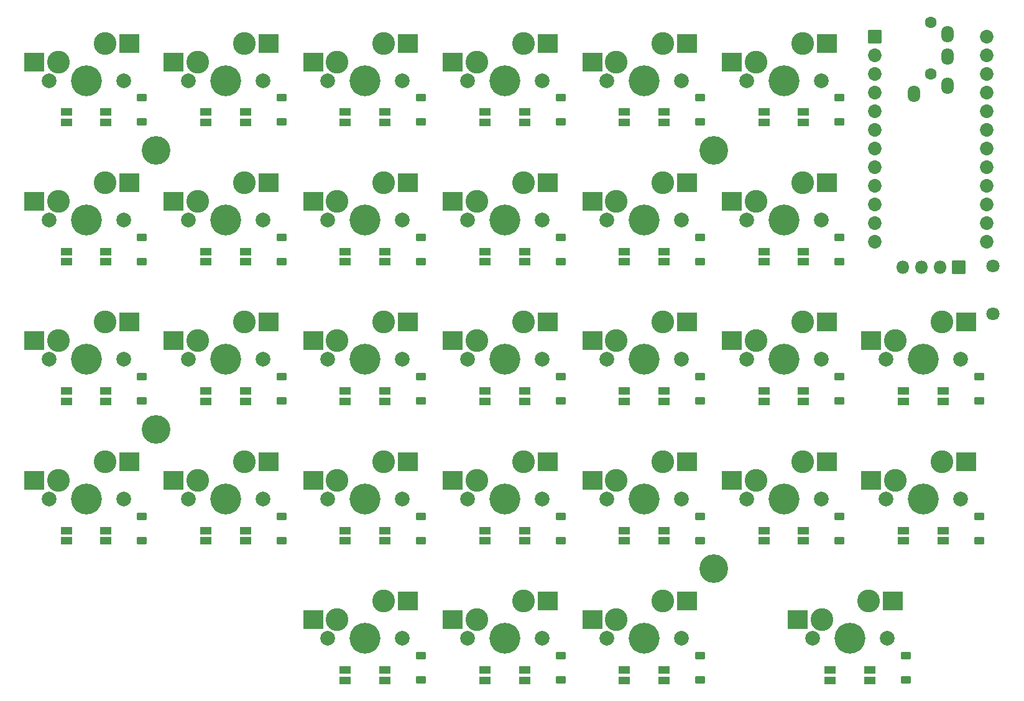
<source format=gbr>
%TF.GenerationSoftware,KiCad,Pcbnew,8.0.8*%
%TF.CreationDate,2025-01-31T06:20:13-05:00*%
%TF.ProjectId,nitsud,6e697473-7564-42e6-9b69-6361645f7063,v1.0.0*%
%TF.SameCoordinates,Original*%
%TF.FileFunction,Soldermask,Bot*%
%TF.FilePolarity,Negative*%
%FSLAX46Y46*%
G04 Gerber Fmt 4.6, Leading zero omitted, Abs format (unit mm)*
G04 Created by KiCad (PCBNEW 8.0.8) date 2025-01-31 06:20:13*
%MOMM*%
%LPD*%
G01*
G04 APERTURE LIST*
G04 Aperture macros list*
%AMRoundRect*
0 Rectangle with rounded corners*
0 $1 Rounding radius*
0 $2 $3 $4 $5 $6 $7 $8 $9 X,Y pos of 4 corners*
0 Add a 4 corners polygon primitive as box body*
4,1,4,$2,$3,$4,$5,$6,$7,$8,$9,$2,$3,0*
0 Add four circle primitives for the rounded corners*
1,1,$1+$1,$2,$3*
1,1,$1+$1,$4,$5*
1,1,$1+$1,$6,$7*
1,1,$1+$1,$8,$9*
0 Add four rect primitives between the rounded corners*
20,1,$1+$1,$2,$3,$4,$5,0*
20,1,$1+$1,$4,$5,$6,$7,0*
20,1,$1+$1,$6,$7,$8,$9,0*
20,1,$1+$1,$8,$9,$2,$3,0*%
G04 Aperture macros list end*
%ADD10RoundRect,0.050000X-0.876300X0.876300X-0.876300X-0.876300X0.876300X-0.876300X0.876300X0.876300X0*%
%ADD11C,1.852600*%
%ADD12C,1.600000*%
%ADD13O,1.700000X2.300000*%
%ADD14C,1.800000*%
%ADD15C,3.900000*%
%ADD16RoundRect,0.050000X-0.850000X-0.850000X0.850000X-0.850000X0.850000X0.850000X-0.850000X0.850000X0*%
%ADD17O,1.800000X1.800000*%
%ADD18C,2.000000*%
%ADD19C,3.100000*%
%ADD20C,4.200000*%
%ADD21RoundRect,0.050000X-1.275000X-1.250000X1.275000X-1.250000X1.275000X1.250000X-1.275000X1.250000X0*%
%ADD22RoundRect,0.050000X-0.700000X-0.500000X0.700000X-0.500000X0.700000X0.500000X-0.700000X0.500000X0*%
%ADD23RoundRect,0.050000X0.600000X-0.450000X0.600000X0.450000X-0.600000X0.450000X-0.600000X-0.450000X0*%
G04 APERTURE END LIST*
D10*
%TO.C,MCU1*%
X257380000Y-87030000D03*
D11*
X257380000Y-89570000D03*
X257380000Y-92110000D03*
X257380000Y-94650000D03*
X257380000Y-97190000D03*
X257380000Y-99730000D03*
X257380000Y-102270000D03*
X257380000Y-104810000D03*
X257380000Y-107350000D03*
X257380000Y-109890000D03*
X257380000Y-112430000D03*
X257380000Y-114970000D03*
X272620000Y-87030000D03*
X272620000Y-89570000D03*
X272620000Y-92110000D03*
X272620000Y-94650000D03*
X272620000Y-97190000D03*
X272620000Y-99730000D03*
X272620000Y-102270000D03*
X272620000Y-104810000D03*
X272620000Y-107350000D03*
X272620000Y-109890000D03*
X272620000Y-112430000D03*
X272620000Y-114970000D03*
%TD*%
D12*
%TO.C,TRRS1*%
X265000000Y-85100000D03*
X265000000Y-92100000D03*
D13*
X267300000Y-86700000D03*
X267300000Y-89700000D03*
X267300000Y-93700000D03*
X262700000Y-94800000D03*
%TD*%
D14*
%TO.C,RST1*%
X273500000Y-124750000D03*
X273500000Y-118250000D03*
%TD*%
D15*
%TO.C,H2*%
X159500000Y-140500000D03*
%TD*%
D16*
%TO.C,OLED1*%
X268800000Y-118400000D03*
D17*
X266260000Y-118400000D03*
X263720000Y-118400000D03*
X261180000Y-118400000D03*
%TD*%
D15*
%TO.C,H4*%
X235500000Y-159500000D03*
%TD*%
%TO.C,H1*%
X159500000Y-102500000D03*
%TD*%
%TO.C,H3*%
X235500000Y-102500000D03*
%TD*%
D18*
%TO.C,S5*%
X163920000Y-150000000D03*
D19*
X165190000Y-147460000D03*
D20*
X169000000Y-150000000D03*
D19*
X171540000Y-144920000D03*
D18*
X174080000Y-150000000D03*
D21*
X161915000Y-147460000D03*
X174842000Y-144920000D03*
%TD*%
D22*
%TO.C,LED27*%
X190700000Y-174700000D03*
X190700000Y-173300000D03*
X185300000Y-173300000D03*
X185300000Y-174700000D03*
%TD*%
D23*
%TO.C,D5*%
X176600000Y-155650000D03*
X176600000Y-152350000D03*
%TD*%
%TO.C,D19*%
X233600000Y-117650000D03*
X233600000Y-114350000D03*
%TD*%
D22*
%TO.C,LED15*%
X209700000Y-117700000D03*
X209700000Y-116300000D03*
X204300000Y-116300000D03*
X204300000Y-117700000D03*
%TD*%
%TO.C,LED26*%
X266700000Y-136700000D03*
X266700000Y-135300000D03*
X261300000Y-135300000D03*
X261300000Y-136700000D03*
%TD*%
D18*
%TO.C,S13*%
X201920000Y-150000000D03*
D19*
X203190000Y-147460000D03*
D20*
X207000000Y-150000000D03*
D19*
X209540000Y-144920000D03*
D18*
X212080000Y-150000000D03*
D21*
X199915000Y-147460000D03*
X212842000Y-144920000D03*
%TD*%
D18*
%TO.C,S2*%
X144920000Y-131000000D03*
D19*
X146190000Y-128460000D03*
D20*
X150000000Y-131000000D03*
D19*
X152540000Y-125920000D03*
D18*
X155080000Y-131000000D03*
D21*
X142915000Y-128460000D03*
X155842000Y-125920000D03*
%TD*%
D22*
%TO.C,LED16*%
X209700000Y-98700000D03*
X209700000Y-97300000D03*
X204300000Y-97300000D03*
X204300000Y-98700000D03*
%TD*%
D18*
%TO.C,S29*%
X220920000Y-169000000D03*
D19*
X222190000Y-166460000D03*
D20*
X226000000Y-169000000D03*
D19*
X228540000Y-163920000D03*
D18*
X231080000Y-169000000D03*
D21*
X218915000Y-166460000D03*
X231842000Y-163920000D03*
%TD*%
D18*
%TO.C,S22*%
X239920000Y-131000000D03*
D19*
X241190000Y-128460000D03*
D20*
X245000000Y-131000000D03*
D19*
X247540000Y-125920000D03*
D18*
X250080000Y-131000000D03*
D21*
X237915000Y-128460000D03*
X250842000Y-125920000D03*
%TD*%
D23*
%TO.C,D2*%
X157600000Y-136650000D03*
X157600000Y-133350000D03*
%TD*%
%TO.C,D29*%
X233600000Y-174650000D03*
X233600000Y-171350000D03*
%TD*%
D18*
%TO.C,S3*%
X144920000Y-112000000D03*
D19*
X146190000Y-109460000D03*
D20*
X150000000Y-112000000D03*
D19*
X152540000Y-106920000D03*
D18*
X155080000Y-112000000D03*
D21*
X142915000Y-109460000D03*
X155842000Y-106920000D03*
%TD*%
D18*
%TO.C,S1*%
X144920000Y-150000000D03*
D19*
X146190000Y-147460000D03*
D20*
X150000000Y-150000000D03*
D19*
X152540000Y-144920000D03*
D18*
X155080000Y-150000000D03*
D21*
X142915000Y-147460000D03*
X155842000Y-144920000D03*
%TD*%
D18*
%TO.C,S19*%
X220920000Y-112000000D03*
D19*
X222190000Y-109460000D03*
D20*
X226000000Y-112000000D03*
D19*
X228540000Y-106920000D03*
D18*
X231080000Y-112000000D03*
D21*
X218915000Y-109460000D03*
X231842000Y-106920000D03*
%TD*%
D22*
%TO.C,LED10*%
X190700000Y-136700000D03*
X190700000Y-135300000D03*
X185300000Y-135300000D03*
X185300000Y-136700000D03*
%TD*%
D18*
%TO.C,S25*%
X258920000Y-150000000D03*
D19*
X260190000Y-147460000D03*
D20*
X264000000Y-150000000D03*
D19*
X266540000Y-144920000D03*
D18*
X269080000Y-150000000D03*
D21*
X256915000Y-147460000D03*
X269842000Y-144920000D03*
%TD*%
D18*
%TO.C,S4*%
X144920000Y-93000000D03*
D19*
X146190000Y-90460000D03*
D20*
X150000000Y-93000000D03*
D19*
X152540000Y-87920000D03*
D18*
X155080000Y-93000000D03*
D21*
X142915000Y-90460000D03*
X155842000Y-87920000D03*
%TD*%
D22*
%TO.C,LED20*%
X228700000Y-98700000D03*
X228700000Y-97300000D03*
X223300000Y-97300000D03*
X223300000Y-98700000D03*
%TD*%
D23*
%TO.C,D14*%
X214600000Y-136650000D03*
X214600000Y-133350000D03*
%TD*%
D22*
%TO.C,LED2*%
X152700000Y-136700000D03*
X152700000Y-135300000D03*
X147300000Y-135300000D03*
X147300000Y-136700000D03*
%TD*%
%TO.C,LED13*%
X209700000Y-155700000D03*
X209700000Y-154300000D03*
X204300000Y-154300000D03*
X204300000Y-155700000D03*
%TD*%
%TO.C,LED6*%
X171700000Y-136700000D03*
X171700000Y-135300000D03*
X166300000Y-135300000D03*
X166300000Y-136700000D03*
%TD*%
D23*
%TO.C,D26*%
X271600000Y-136650000D03*
X271600000Y-133350000D03*
%TD*%
D18*
%TO.C,S21*%
X239920000Y-150000000D03*
D19*
X241190000Y-147460000D03*
D20*
X245000000Y-150000000D03*
D19*
X247540000Y-144920000D03*
D18*
X250080000Y-150000000D03*
D21*
X237915000Y-147460000D03*
X250842000Y-144920000D03*
%TD*%
D22*
%TO.C,LED18*%
X228700000Y-136700000D03*
X228700000Y-135300000D03*
X223300000Y-135300000D03*
X223300000Y-136700000D03*
%TD*%
D18*
%TO.C,S24*%
X239920000Y-93000000D03*
D19*
X241190000Y-90460000D03*
D20*
X245000000Y-93000000D03*
D19*
X247540000Y-87920000D03*
D18*
X250080000Y-93000000D03*
D21*
X237915000Y-90460000D03*
X250842000Y-87920000D03*
%TD*%
D23*
%TO.C,D25*%
X271600000Y-155650000D03*
X271600000Y-152350000D03*
%TD*%
%TO.C,D28*%
X214600000Y-174650000D03*
X214600000Y-171350000D03*
%TD*%
%TO.C,D22*%
X252600000Y-136650000D03*
X252600000Y-133350000D03*
%TD*%
%TO.C,D7*%
X176600000Y-117650000D03*
X176600000Y-114350000D03*
%TD*%
%TO.C,D13*%
X214600000Y-155650000D03*
X214600000Y-152350000D03*
%TD*%
D18*
%TO.C,S27*%
X182920000Y-169000000D03*
D19*
X184190000Y-166460000D03*
D20*
X188000000Y-169000000D03*
D19*
X190540000Y-163920000D03*
D18*
X193080000Y-169000000D03*
D21*
X180915000Y-166460000D03*
X193842000Y-163920000D03*
%TD*%
D18*
%TO.C,S12*%
X182920000Y-93000000D03*
D19*
X184190000Y-90460000D03*
D20*
X188000000Y-93000000D03*
D19*
X190540000Y-87920000D03*
D18*
X193080000Y-93000000D03*
D21*
X180915000Y-90460000D03*
X193842000Y-87920000D03*
%TD*%
D23*
%TO.C,D23*%
X252600000Y-117650000D03*
X252600000Y-114350000D03*
%TD*%
%TO.C,D10*%
X195600000Y-136650000D03*
X195600000Y-133350000D03*
%TD*%
%TO.C,D20*%
X233600000Y-98650000D03*
X233600000Y-95350000D03*
%TD*%
%TO.C,D4*%
X157600000Y-98650000D03*
X157600000Y-95350000D03*
%TD*%
D22*
%TO.C,LED5*%
X171700000Y-155700000D03*
X171700000Y-154300000D03*
X166300000Y-154300000D03*
X166300000Y-155700000D03*
%TD*%
D23*
%TO.C,D6*%
X176600000Y-136650000D03*
X176600000Y-133350000D03*
%TD*%
D18*
%TO.C,S14*%
X201920000Y-131000000D03*
D19*
X203190000Y-128460000D03*
D20*
X207000000Y-131000000D03*
D19*
X209540000Y-125920000D03*
D18*
X212080000Y-131000000D03*
D21*
X199915000Y-128460000D03*
X212842000Y-125920000D03*
%TD*%
D18*
%TO.C,S16*%
X201920000Y-93000000D03*
D19*
X203190000Y-90460000D03*
D20*
X207000000Y-93000000D03*
D19*
X209540000Y-87920000D03*
D18*
X212080000Y-93000000D03*
D21*
X199915000Y-90460000D03*
X212842000Y-87920000D03*
%TD*%
D23*
%TO.C,D12*%
X195600000Y-98650000D03*
X195600000Y-95350000D03*
%TD*%
D18*
%TO.C,S26*%
X258920000Y-131000000D03*
D19*
X260190000Y-128460000D03*
D20*
X264000000Y-131000000D03*
D19*
X266540000Y-125920000D03*
D18*
X269080000Y-131000000D03*
D21*
X256915000Y-128460000D03*
X269842000Y-125920000D03*
%TD*%
D22*
%TO.C,LED21*%
X247700000Y-155700000D03*
X247700000Y-154300000D03*
X242300000Y-154300000D03*
X242300000Y-155700000D03*
%TD*%
%TO.C,LED3*%
X152700000Y-117700000D03*
X152700000Y-116300000D03*
X147300000Y-116300000D03*
X147300000Y-117700000D03*
%TD*%
D18*
%TO.C,S15*%
X201920000Y-112000000D03*
D19*
X203190000Y-109460000D03*
D20*
X207000000Y-112000000D03*
D19*
X209540000Y-106920000D03*
D18*
X212080000Y-112000000D03*
D21*
X199915000Y-109460000D03*
X212842000Y-106920000D03*
%TD*%
D23*
%TO.C,D18*%
X233600000Y-136650000D03*
X233600000Y-133350000D03*
%TD*%
%TO.C,D3*%
X157600000Y-117650000D03*
X157600000Y-114350000D03*
%TD*%
D18*
%TO.C,S7*%
X163920000Y-112000000D03*
D19*
X165190000Y-109460000D03*
D20*
X169000000Y-112000000D03*
D19*
X171540000Y-106920000D03*
D18*
X174080000Y-112000000D03*
D21*
X161915000Y-109460000D03*
X174842000Y-106920000D03*
%TD*%
D22*
%TO.C,LED24*%
X247700000Y-98700000D03*
X247700000Y-97300000D03*
X242300000Y-97300000D03*
X242300000Y-98700000D03*
%TD*%
%TO.C,LED1*%
X152700000Y-155700000D03*
X152700000Y-154300000D03*
X147300000Y-154300000D03*
X147300000Y-155700000D03*
%TD*%
D18*
%TO.C,S23*%
X239920000Y-112000000D03*
D19*
X241190000Y-109460000D03*
D20*
X245000000Y-112000000D03*
D19*
X247540000Y-106920000D03*
D18*
X250080000Y-112000000D03*
D21*
X237915000Y-109460000D03*
X250842000Y-106920000D03*
%TD*%
D22*
%TO.C,LED4*%
X152700000Y-98700000D03*
X152700000Y-97300000D03*
X147300000Y-97300000D03*
X147300000Y-98700000D03*
%TD*%
D23*
%TO.C,D24*%
X252600000Y-98650000D03*
X252600000Y-95350000D03*
%TD*%
%TO.C,D15*%
X214600000Y-117650000D03*
X214600000Y-114350000D03*
%TD*%
%TO.C,D27*%
X195600000Y-174650000D03*
X195600000Y-171350000D03*
%TD*%
D22*
%TO.C,LED29*%
X228700000Y-174700000D03*
X228700000Y-173300000D03*
X223300000Y-173300000D03*
X223300000Y-174700000D03*
%TD*%
D23*
%TO.C,D30*%
X261600000Y-174650000D03*
X261600000Y-171350000D03*
%TD*%
D18*
%TO.C,S18*%
X220920000Y-131000000D03*
D19*
X222190000Y-128460000D03*
D20*
X226000000Y-131000000D03*
D19*
X228540000Y-125920000D03*
D18*
X231080000Y-131000000D03*
D21*
X218915000Y-128460000D03*
X231842000Y-125920000D03*
%TD*%
D22*
%TO.C,LED25*%
X266700000Y-155700000D03*
X266700000Y-154300000D03*
X261300000Y-154300000D03*
X261300000Y-155700000D03*
%TD*%
%TO.C,LED8*%
X171700000Y-98700000D03*
X171700000Y-97300000D03*
X166300000Y-97300000D03*
X166300000Y-98700000D03*
%TD*%
D23*
%TO.C,D17*%
X233600000Y-155650000D03*
X233600000Y-152350000D03*
%TD*%
D22*
%TO.C,LED22*%
X247700000Y-136700000D03*
X247700000Y-135300000D03*
X242300000Y-135300000D03*
X242300000Y-136700000D03*
%TD*%
D18*
%TO.C,S9*%
X182920000Y-150000000D03*
D19*
X184190000Y-147460000D03*
D20*
X188000000Y-150000000D03*
D19*
X190540000Y-144920000D03*
D18*
X193080000Y-150000000D03*
D21*
X180915000Y-147460000D03*
X193842000Y-144920000D03*
%TD*%
D18*
%TO.C,S6*%
X163920000Y-131000000D03*
D19*
X165190000Y-128460000D03*
D20*
X169000000Y-131000000D03*
D19*
X171540000Y-125920000D03*
D18*
X174080000Y-131000000D03*
D21*
X161915000Y-128460000D03*
X174842000Y-125920000D03*
%TD*%
D18*
%TO.C,S10*%
X182920000Y-131000000D03*
D19*
X184190000Y-128460000D03*
D20*
X188000000Y-131000000D03*
D19*
X190540000Y-125920000D03*
D18*
X193080000Y-131000000D03*
D21*
X180915000Y-128460000D03*
X193842000Y-125920000D03*
%TD*%
D23*
%TO.C,D8*%
X176600000Y-98650000D03*
X176600000Y-95350000D03*
%TD*%
D18*
%TO.C,S20*%
X220920000Y-93000000D03*
D19*
X222190000Y-90460000D03*
D20*
X226000000Y-93000000D03*
D19*
X228540000Y-87920000D03*
D18*
X231080000Y-93000000D03*
D21*
X218915000Y-90460000D03*
X231842000Y-87920000D03*
%TD*%
D23*
%TO.C,D11*%
X195600000Y-117650000D03*
X195600000Y-114350000D03*
%TD*%
%TO.C,D21*%
X252600000Y-155650000D03*
X252600000Y-152350000D03*
%TD*%
%TO.C,D9*%
X195600000Y-155650000D03*
X195600000Y-152350000D03*
%TD*%
D22*
%TO.C,LED14*%
X209700000Y-136700000D03*
X209700000Y-135300000D03*
X204300000Y-135300000D03*
X204300000Y-136700000D03*
%TD*%
D18*
%TO.C,S8*%
X163920000Y-93000000D03*
D19*
X165190000Y-90460000D03*
D20*
X169000000Y-93000000D03*
D19*
X171540000Y-87920000D03*
D18*
X174080000Y-93000000D03*
D21*
X161915000Y-90460000D03*
X174842000Y-87920000D03*
%TD*%
D22*
%TO.C,LED23*%
X247700000Y-117700000D03*
X247700000Y-116300000D03*
X242300000Y-116300000D03*
X242300000Y-117700000D03*
%TD*%
%TO.C,LED28*%
X209700000Y-174700000D03*
X209700000Y-173300000D03*
X204300000Y-173300000D03*
X204300000Y-174700000D03*
%TD*%
D23*
%TO.C,D1*%
X157600000Y-155650000D03*
X157600000Y-152350000D03*
%TD*%
D22*
%TO.C,LED30*%
X256700000Y-174700000D03*
X256700000Y-173300000D03*
X251300000Y-173300000D03*
X251300000Y-174700000D03*
%TD*%
%TO.C,LED17*%
X228700000Y-155700000D03*
X228700000Y-154300000D03*
X223300000Y-154300000D03*
X223300000Y-155700000D03*
%TD*%
D18*
%TO.C,S28*%
X201920000Y-169000000D03*
D19*
X203190000Y-166460000D03*
D20*
X207000000Y-169000000D03*
D19*
X209540000Y-163920000D03*
D18*
X212080000Y-169000000D03*
D21*
X199915000Y-166460000D03*
X212842000Y-163920000D03*
%TD*%
D22*
%TO.C,LED19*%
X228700000Y-117700000D03*
X228700000Y-116300000D03*
X223300000Y-116300000D03*
X223300000Y-117700000D03*
%TD*%
%TO.C,LED9*%
X190700000Y-155700000D03*
X190700000Y-154300000D03*
X185300000Y-154300000D03*
X185300000Y-155700000D03*
%TD*%
D23*
%TO.C,D16*%
X214600000Y-98650000D03*
X214600000Y-95350000D03*
%TD*%
D22*
%TO.C,LED12*%
X190700000Y-98700000D03*
X190700000Y-97300000D03*
X185300000Y-97300000D03*
X185300000Y-98700000D03*
%TD*%
D18*
%TO.C,S11*%
X182920000Y-112000000D03*
D19*
X184190000Y-109460000D03*
D20*
X188000000Y-112000000D03*
D19*
X190540000Y-106920000D03*
D18*
X193080000Y-112000000D03*
D21*
X180915000Y-109460000D03*
X193842000Y-106920000D03*
%TD*%
D18*
%TO.C,S17*%
X220920000Y-150000000D03*
D19*
X222190000Y-147460000D03*
D20*
X226000000Y-150000000D03*
D19*
X228540000Y-144920000D03*
D18*
X231080000Y-150000000D03*
D21*
X218915000Y-147460000D03*
X231842000Y-144920000D03*
%TD*%
D22*
%TO.C,LED7*%
X171700000Y-117700000D03*
X171700000Y-116300000D03*
X166300000Y-116300000D03*
X166300000Y-117700000D03*
%TD*%
%TO.C,LED11*%
X190700000Y-117700000D03*
X190700000Y-116300000D03*
X185300000Y-116300000D03*
X185300000Y-117700000D03*
%TD*%
D18*
%TO.C,S30*%
X248920000Y-169000000D03*
D19*
X250190000Y-166460000D03*
D20*
X254000000Y-169000000D03*
D19*
X256540000Y-163920000D03*
D18*
X259080000Y-169000000D03*
D21*
X246915000Y-166460000D03*
X259842000Y-163920000D03*
%TD*%
M02*

</source>
